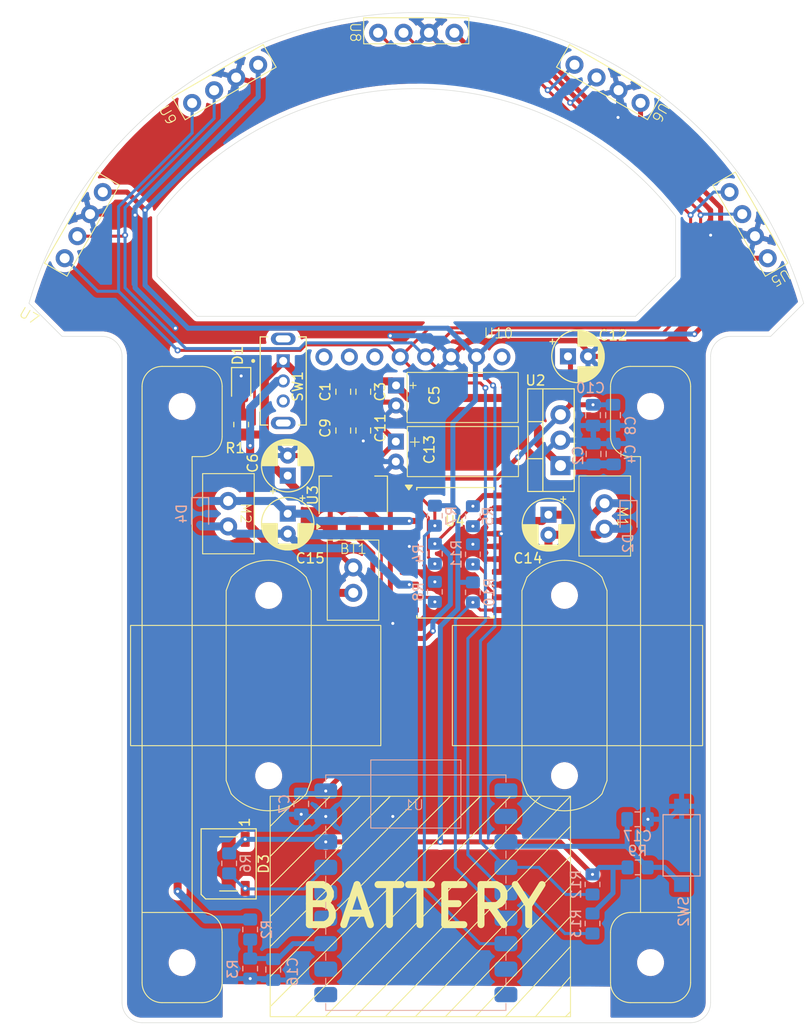
<source format=kicad_pcb>
(kicad_pcb (version 20240108) (generator "pcbnew") (generator_version "8.0")
  (layers (0 "F.Cu" signal) (31 "B.Cu" signal) (34 "B.Paste" user) (35 "F.Paste" user) (36 "B.SilkS" user "B.Silkscreen") (37 "F.SilkS" user "F.Silkscreen") (38 "B.Mask" user) (39 "F.Mask" user) (44 "Edge.Cuts" user))
  (net 0 "")
  (net 1 "GND")
  (net 2 "/VBAT")
  (net 3 "/5V")
  (net 4 "/6V")
  (net 5 "/BUTTON")
  (net 6 "Net-(D2-K)")
  (net 7 "Net-(D2-A)")
  (net 8 "/RGB")
  (net 9 "/3V3")
  (net 11 "Net-(D4-K)")
  (net 12 "Net-(D4-A)")
  (net 13 "Net-(D1-A)")
  (net 14 "/BAT_ADC")
  (net 15 "Net-(U4-IN1)")
  (net 16 "Net-(U4-IN4)")
  (net 17 "/PWM_A")
  (net 18 "Net-(U4-IN2)")
  (net 19 "/PWM_B")
  (net 20 "/SCL")
  (net 21 "/SDA")
  (net 22 "Net-(BT1-+)")
  (net 24 "Net-(U4-IN3)")
  (footprint "MountingHole:MountingHole_2.2mm_M2" (layer "F.Cu") (at 169 134.1)
    (property "Reference" "H6" (hide yes))
    (property "Value" "M2")
  )
  (footprint "Capacitor_SMD:C_0805_2012Metric_Pad1.18x1.45mm_HandSolder" (layer "F.Cu") (at 140.3 77.125 -90)
    (property "Reference" "C3")
    (property "Value" "100nF")
  )
  (footprint "Capacitor_THT:CP_Radial_D5.0mm_P2.00mm" (layer "F.Cu") (at 143.55 82.1 -90)
    (property "Reference" "C13")
    (property "Value" "470nF" (hide yes))
  )
  (footprint "Capacitor_SMD:C_0805_2012Metric_Pad1.18x1.45mm_HandSolder" (layer "F.Cu") (at 138.299997 77.125 -90)
    (property "Reference" "C1")
    (property "Value" "100uF")
  )
  (footprint "Capacitor_SMD:C_0805_2012Metric_Pad1.18x1.45mm_HandSolder" (layer "F.Cu") (at 138.3 81 -90)
    (property "Reference" "C9")
    (property "Value" "0.1uF")
  )
  (footprint "XH_2p54:2P_male" (layer "F.Cu") (at 164.4 89.529999 -90)
    (property "Reference" "M1")
    (property "Value" "GA12_N20")
  )
  (footprint "GY87:GY87" (layer "F.Cu") (at 154.15 73.65 -90)
    (property "Reference" "U10")
    (property "Value" "~" (hide yes))
  )
  (footprint "MountingHole:MountingHole_2.2mm_M2" (layer "F.Cu") (at 130.85 115.45)
    (property "Reference" "H2" (hide yes))
    (property "Value" "M2")
  )
  (footprint "SW_SS12D07VG4:SW_SS12D07VG4" (layer "F.Cu") (at 132.3 76.050001 -90)
    (property "Reference" "SW1")
    (property "Value" "SW_DPDT_x2" (hide yes))
  )
  (footprint "MountingHole:MountingHole_2.2mm_M2" (layer "F.Cu") (at 122.2 78.6)
    (property "Reference" "H3" (hide yes))
    (property "Value" "M2")
  )
  (footprint "Package_TO_SOT_THT:TO-220-3_Vertical" (layer "F.Cu") (at 160 84.5 90)
    (property "Reference" "U2")
    (property "Value" "L7806")
  )
  (footprint "Package_SO:SOP-20_7.5x12.8mm_P1.27mm" (layer "F.Cu") (at 149.5 93.2)
    (property "Reference" "U4")
    (property "Value" "~")
  )
  (footprint "MountingHole:MountingHole_2.2mm_M2" (layer "F.Cu") (at 122.2 134.1)
    (property "Reference" "H5" (hide yes))
    (property "Value" "M2")
  )
  (footprint "MountingHole:MountingHole_2.2mm_M2" (layer "F.Cu") (at 130.85 97.45)
    (property "Reference" "H1" (hide yes))
    (property "Value" "M2")
  )
  (footprint "Capacitor_THT:CP_Radial_D5.0mm_P2.00mm" (layer "F.Cu") (at 160.75 73.6)
    (property "Reference" "C12")
    (property "Value" "470nF")
  )
  (footprint "Capacitor_THT:CP_Radial_D5.0mm_P2.00mm" (layer "F.Cu") (at 132.75 89.294888 -90)
    (property "Reference" "C15")
    (property "Value" "0.1uF")
  )
  (footprint "VL53L0X:VL53L0X_vertical" (layer "F.Cu") (at 168 48.3 -120)
    (property "Reference" "U6")
    (property "Value" "~")
  )
  (footprint "Capacitor_THT:CP_Radial_D5.0mm_P2.00mm" (layer "F.Cu") (at 143.575 76.5 -90)
    (property "Reference" "C5")
    (property "Value" "10uF")
  )
  (footprint "LED_SMD:LED_0805_2012Metric_Pad1.15x1.40mm_HandSolder" (layer "F.Cu") (at 128.1 76.575001 -90)
    (property "Reference" "D1")
    (property "Value" "LED")
  )
  (footprint "Capacitor_SMD:C_0805_2012Metric_Pad1.18x1.45mm_HandSolder" (layer "F.Cu") (at 140.3 81 -90)
    (property "Reference" "C11")
    (property "Value" "10uF")
  )
  (footprint "XH_2p54:2P_male" (layer "F.Cu") (at 139.3 95.929999 90)
    (property "Reference" "BT1")
    (property "Value" "Lipo 2S")
  )
  (footprint "VL53L0X:VL53L0X_vertical" (layer "F.Cu") (at 114.278205 57.200444 -30)
    (property "Reference" "U7")
    (property "Value" "~")
  )
  (footprint "VL53L0X:VL53L0X_vertical" (layer "F.Cu") (at 129.799557 44.5 -60)
    (property "Reference" "U9")
    (property "Value" "~")
  )
  (footprint "MountingHole:MountingHole_2.2mm_M2" (layer "F.Cu") (at 160.4 97.45)
    (property "Reference" "H7" (hide yes))
    (property "Value" "M2")
  )
  (footprint "Package_TO_SOT_SMD:SOT-223-3_TabPin2" (layer "F.Cu") (at 139.3 87.449999 90)
    (property "Reference" "U3")
    (property "Value" "AMS1117-5.0")
  )
  (footprint "MountingHole:MountingHole_2.2mm_M2" (layer "F.Cu") (at 160.4 115.45)
    (property "Reference" "H8" (hide yes))
    (property "Value" "M2")
  )
  (footprint "VL53L0X:VL53L0X_vertical" (layer "F.Cu") (at 180.7 63.8 -150)
    (property "Reference" "U5")
    (property "Value" "~")
  )
  (footprint "Capacitor_THT:CP_Radial_D5.0mm_P2.00mm" (layer "F.Cu") (at 132.75 85.500001 90)
    (property "Reference" "C6")
    (property "Value" "10uF")
  )
  (footprint "LED_SMD:LED_WS2812B_PLCC4_5.0x5.0mm_P3.2mm" (layer "F.Cu") (at 126.85 124.25 -90)
    (property "Reference" "D3")
    (property "Value" "WS2812B")
  )
  (footprint "XH_2p54:2P_male" (layer "F.Cu") (at 126.8 89.3 -90)
    (property "Reference" "M2")
    (property "Value" "GA12_N20")
  )
  (footprint "Resistor_SMD:R_0805_2012Metric_Pad1.20x1.40mm_HandSolder" (layer "F.Cu") (at 128.1 80.4 90)
    (property "Reference" "R1")
    (property "Value" "R")
  )
  (footprint "MountingHole:MountingHole_2.2mm_M2" (layer "F.Cu") (at 169 78.6)
    (property "Reference" "H4" (hide yes))
    (property "Value" "M2")
  )
  (footprint "Capacitor_THT:CP_Radial_D5.0mm_P2.00mm" (layer "F.Cu") (at 158.8 89.399999 -90)
    (property "Reference" "C14")
    (property "Value" "0.1uF")
  )
  (footprint "VL53L0X:VL53L0X_vertical" (layer "F.Cu") (at 149.4 41.3 -90)
    (property "Reference" "U8")
    (property "Value" "~")
  )
  (footprint "Resistor_SMD:R_0805_2012Metric_Pad1.20x1.40mm_HandSolder" (layer "B.Cu") (at 163.2 130.2 -90)
    (property "Reference" "R13")
    (property "Value" "10K")
  )
  (footprint "Resistor_SMD:R_0805_2012Metric_Pad1.20x1.40mm_HandSolder" (layer "B.Cu") (at 126.9 124.2 90)
    (property "Reference" "R6")
    (property "Value" "10K")
  )
  (footprint "Resistor_SMD:R_0805_2012Metric_Pad1.20x1.40mm_HandSolder" (layer "B.Cu") (at 163.2 126.3 -90)
    (property "Reference" "R12")
    (property "Value" "10K")
  )
  (footprint "Resistor_SMD:R_0805_2012Metric_Pad1.20x1.40mm_HandSolder" (layer "B.Cu") (at 151.25 93.35 -90)
    (property "Reference" "R11")
    (property "Value" "10K")
  )
  (footprint "Capacitor_SMD:C_0805_2012Metric_Pad1.18x1.45mm_HandSolder" (layer "B.Cu") (at 134.1 118.2625 -90)
    (property "Reference" "C7")
    (property "Value" "10uF")
  )
  (footprint "Capacitor_SMD:C_0805_2012Metric_Pad1.18x1.45mm_HandSolder" (layer "B.Cu") (at 131.3 134.8 -90)
    (property "Reference" "C16")
    (property "Value" "10uF")
  )
  (footprint "Resistor_SMD:R_0805_2012Metric_Pad1.20x1.40mm_HandSolder" (layer "B.Cu") (at 129 134.7 90)
    (property "Reference" "R3")
    (property "Value" "6K2")
  )
  (footprint "Resistor_SMD:R_0805_2012Metric_Pad1.20x1.40mm_HandSolder" (layer "B.Cu") (at 147.45 89.5 90)
    (property "Reference" "R7")
    (property "Value" "10K")
  )
  (footprint "Resistor_SMD:R_0805_2012Metric_Pad1.20x1.40mm_HandSolder" (layer "B.Cu") (at 129 130.8 90)
    (property "Reference" "R2")
    (property "Value" "10K")
  )
  (footprint "Resistor_SMD:R_0805_2012Metric_Pad1.20x1.40mm_HandSolder" (layer "B.Cu") (at 151.25 97.15 90)
    (property "Reference" "R10")
    (property "Value" "10K")
  )
  (footprint "Diode_SMD:D_SOD-323F" (layer "B.Cu") (at 166.8 89.599999 -90)
    (property "Reference" "D2")
    (property "Value" "1N5819")
  )
  (footprint "Diode_SMD:D_SOD-323F" (layer "B.Cu") (at 124 89.300001 -90)
    (property "Reference" "D4")
    (property "Value" "1N5819")
  )
  (footprint "Capacitor_SMD:C_0805_2012Metric_Pad1.18x1.45mm_HandSolder" (layer "B.Cu") (at 163.249997 79.4625 -90)
    (property "Reference" "C10")
    (property "Value" "10uF")
  )
  (footprint "Resistor_SMD:R_0805_2012Metric_Pad1.20x1.40mm_HandSolder" (layer "B.Cu") (at 147.45 97.1 -90)
    (property "Reference" "R8")
    (property "Value" "10K")
  )
  (footprint "Resistor_SMD:R_0805_2012Metric_Pad1.20x1.40mm_HandSolder" (layer "B.Cu") (at 151.25 89.55 -90)
    (property "Reference" "R5")
    (property "Value" "10K")
  )
  (footprint "ESP32_modules:esp32s3_super_mini" (layer "B.Cu") (at 154.55 115.375 180)
    (property "Reference" "U1")
    (property "Value" "~")
  )
  (footprint "Capacitor_SMD:C_0805_2012Metric_Pad1.18x1.45mm_HandSolder" (layer "B.Cu") (at 165.25 79.4625 -90)
    (property "Reference" "C8")
    (property "Value" "0.1uF")
  )
  (footprint "Capacitor_SMD:C_0805_2012Metric_Pad1.18x1.45mm_HandSolder" (layer "B.Cu") (at 167.7 119.8)
    (property "Reference" "C17")
    (property "Value" "10uF")
  )
  (footprint "Resistor_SMD:R_0805_2012Metric_Pad1.20x1.40mm_HandSolder" (layer "B.Cu") (at 147.45 93.3 -90)
    (property "Reference" "R4")
    (property "Value" "10K")
  )
  (footprint "Capacitor_SMD:C_0805_2012Metric_Pad1.18x1.45mm_HandSolder" (layer "B.Cu") (at 165.3 83.3375 90)
    (property "Reference" "C4")
    (property "Value" "100nF")
  )
  (footprint "Capacitor_SMD:C_0805_2012Metric_Pad1.18x1.45mm_HandSolder" (layer "B.Cu") (at 163.3 83.3375 90)
    (property "Reference" "C2")
    (property "Value" "100uF")
  )
  (footprint "Button_Switch_SMD:SW_SPST_CK_RS282G05A3" (layer "B.Cu") (at 172.1 122.400001 90)
    (property "Reference" "SW2")
    (property "Value" "SW_Push")
  )
  (footprint "Resistor_SMD:R_0805_2012Metric_Pad1.20x1.40mm_HandSolder" (layer "B.Cu") (at 167.7 124.6 180)
    (property "Reference" "R9")
    (property "Value" "10K")
  )
  (gr_arc (start 127.099371 95.643524) (mid 128.792378 94.393007) (end 130.85 93.95) (stroke (width 0.1)) (layer "F.SilkS"))
  (gr_line (start 157.5 139.5) (end 161 135.5) (stroke (width 0.1)) (layer "F.SilkS"))
  (gr_arc (start 165 131.1) (mid 165.585786 129.685786) (end 167 129.1) (stroke (width 0.1)) (layer "F.SilkS"))
  (gr_line (start 164.65 96.97) (end 164.65 115.934) (stroke (width 0.1)) (layer "F.SilkS"))
  (gr_line (start 123.2 129.1) (end 118.2 129.1) (stroke (width 0.1)) (layer "F.SilkS"))
  (gr_line (start 134 117.5) (end 131 120.5) (stroke (width 0.1)) (layer "F.SilkS"))
  (gr_line (start 134.600629 95.643524) (end 135.1 96.966) (stroke (width 0.1)) (layer "F.SilkS"))
  (gr_line (start 140 117.5) (end 131 126.5) (stroke (width 0.1)) (layer "F.SilkS"))
  (gr_line (start 126.2 136.1) (end 126.2 131.1) (stroke (width 0.1)) (layer "F.SilkS"))
  (gr_line (start 127.099371 117.252476) (end 126.6 115.93) (stroke (width 0.1)) (layer "F.SilkS"))
  (gr_line (start 131 135.5) (end 149 117.5) (stroke (width 0.1)) (layer "F.SilkS"))
  (gr_line (start 131 129.5) (end 143 117.5) (stroke (width 0.1)) (layer "F.SilkS"))
  (gr_arc (start 171 74.6) (mid 172.414214 75.185786) (end 173 76.6) (stroke (width 0.1)) (layer "F.SilkS"))
  (gr_line (start 173 76.6) (end 173 136.1) (stroke (width 0.1)) (layer "F.SilkS"))
  (gr_line (start 165 136.1) (end 165 131.1) (stroke (width 0.1)) (layer "F.SilkS"))
  (gr_line (start 126.2 76.6) (end 126.2 81.6) (stroke (width 0.1)) (layer "F.SilkS"))
  (gr_arc (start 160.4 93.954) (mid 162.457622 94.397006) (end 164.150629 95.647524) (stroke (width 0.1)) (layer "F.SilkS"))
  (gr_arc (start 120.2 138.1) (mid 118.785786 137.514214) (end 118.2 136.1) (stroke (width 0.1)) (layer "F.SilkS"))
  (gr_line (start 120.2 138.1) (end 124.2 138.1) (stroke (width 0.1)) (layer "F.SilkS"))
  (gr_arc (start 124.2 129.1) (mid 125.614213 129.685787) (end 126.2 131.1) (stroke (width 0.1)) (layer "F.SilkS"))
  (gr_line (start 142.5 139.5) (end 161 120.5) (stroke (width 0.1)) (layer "F.SilkS"))
  (gr_arc (start 156.649371 95.647524) (mid 158.342378 94.397007) (end 160.4 93.954) (stroke (width 0.1)) (layer "F.SilkS"))
  (gr_line (start 124.2 83.6) (end 123.2 83.6) (stroke (width 0.1)) (layer "F.SilkS"))
  (gr_line (start 164.150629 95.647524) (end 164.65 96.97) (stroke (width 0.1)) (layer "F.SilkS"))
  (gr_line (start 145.5 139.5) (end 161 123.5) (stroke (width 0.1)) (layer "F.SilkS"))
  (gr_line (start 168 83.6) (end 168 129.1) (stroke (width 0.1)) (layer "F.SilkS"))
  (gr_arc (start 130.85 118.946) (mid 128.792377 118.502994) (end 127.099371 117.252476) (stroke (width 0.1)) (layer "F.SilkS"))
  (gr_line (start 134.600629 117.252476) (end 135.1 115.93) (stroke (width 0.1)) (layer "F.SilkS"))
  (gr_arc (start 160.4 118.95) (mid 158.342377 118.506994) (end 156.649371 117.256476) (stroke (width 0.1)) (layer "F.SilkS"))
  (gr_line (start 164.150629 117.256476) (end 164.65 115.934) (stroke (width 0.1)) (layer "F.SilkS"))
  (gr_arc (start 164.150629 117.256476) (mid 162.457622 118.506993) (end 160.4 118.95) (stroke (width 0.1)) (layer "F.SilkS"))
  (gr_line (start 135.1 115.93) (end 135.1 96.966) (stroke (width 0.1)) (layer "F.SilkS"))
  (gr_arc (start 134.600629 117.252476) (mid 132.907622 118.502993) (end 130.85 118.946) (stroke (width 0.1)) (layer "F.SilkS"))
  (gr_line (start 152 117.5) (end 150 119.5) (stroke (width 0.1)) (layer "F.SilkS"))
  (gr_line (start 131 132.5) (end 146 117.5) (stroke (width 0.1)) (layer "F.SilkS"))
  (gr_line (start 131 138.5) (end 152 117.5) (stroke (width 0.1)) (layer "F.SilkS"))
  (gr_line (start 155 117.5) (end 133.5 139.5) (stroke (width 0.1)) (layer "F.SilkS"))
  (gr_line (start 139.5 139.5) (end 161 117.5) (stroke (width 0.1)) (layer "F.SilkS"))
  (gr_line (start 167 83.6) (end 168 83.6) (stroke (width 0.1)) (layer "F.SilkS"))
  (gr_line (start 161 132.5) (end 154.5 139.5) (stroke (width 0.1)) (layer "F.SilkS"))
  (gr_line (start 118.2 76.6) (end 118.2 136.1) (stroke (width 0.1)) (layer "F.SilkS"))
  (gr_line (start 156.649371 95.647524) (end 156.15 96.97) (stroke (width 0.1)) (layer "F.SilkS"))
  (gr_line (start 171 138.1) (end 167 138.1) (stroke (width 0.1)) (layer "F.SilkS"))
  (gr_line (start 160.5 139.5) (end 161 139) (stroke (width 0.1)) (layer "F.SilkS"))
  (gr_line (start 126.6 96.966) (end 126.6 115.93) (stroke (width 0.1)) (layer "F.SilkS"))
  (gr_arc (start 167 138.1) (mid 165.585785 137.514214) (end 165 136.1) (stroke (width 0.1)) (layer "F.SilkS"))
  (gr_line (start 168 129.1) (end 173 129.1) (stroke (width 0.1)) (layer "F.SilkS"))
  (gr_line (start 136.5 139.5) (end 158 117.5) (stroke (width 0.1)) (layer "F.SilkS"))
  (gr_arc (start 124.2 74.6) (mid 125.614214 75.185786) (end 126.2 76.6) (stroke (width 0.1)) (layer "F.SilkS"))
  (gr_rect (start 131 117.5) (end 161 139.5) (stroke (width 0.1)) (fill none) (layer "F.SilkS"))
  (gr_arc (start 118.2 76.6) (mid 118.785786 75.185786) (end 120.2 74.6) (stroke (width 0.1)) (layer "F.SilkS"))
  (gr_line (start 151.5 139.5) (end 161 129.5) (stroke (width 0.1)) (layer "F.SilkS"))
  (gr_line (start 131 123.5) (end 137 117.5) (stroke (width 0.1)) (layer "F.SilkS"))
  (gr_arc (start 126.2 136.1) (mid 125.614214 137.514214) (end 124.2 138.1) (stroke (width 0.1)) (layer "F.SilkS"))
  (gr_line (start 127.099371 95.643524) (end 126.6 96.966) (stroke (width 0.1)) (layer "F.SilkS"))
  (gr_arc (start 167 83.6) (mid 165.585786 83.014214) (end 165 81.6) (stroke (width 0.1)) (layer "F.SilkS"))
  (gr_line (start 120.2 74.6) (end 124.2 74.6) (stroke (width 0.1)) (layer "F.SilkS"))
  (gr_line (start 156.15 96.97) (end 156.15 115.934) (stroke (width 0.1)) (layer "F.SilkS"))
  (gr_line (start 171 74.6) (end 167 74.6) (stroke (width 0.1)) (layer "F.SilkS"))
  (gr_rect (start 117.05 100.45) (end 142.05 112.45) (stroke (width 0.1)) (fill none) (layer "F.SilkS"))
  (gr_line (start 123.2 83.6) (end 123.2 129.1) (stroke (width 0.1)) (layer "F.SilkS"))
  (gr_arc (start 173 136.1) (mid 172.414214 137.514214) (end 171 138.1) (stroke (width 0.1)) (layer "F.SilkS"))
  (gr_line (start 167 129.1) (end 168 129.1) (stroke (width 0.1)) (layer "F.SilkS"))
  (gr_line (start 161 126.5) (end 148.5 139.5) (stroke (width 0.1)) (layer "F.SilkS"))
  (gr_line (start 156.649371 117.256476) (end 156.15 115.934) (stroke (width 0.1)) (layer "F.SilkS"))
  (gr_line (start 124.2 129.1) (end 123.2 129.1) (stroke (width 0.1)) (layer "F.SilkS"))
  (gr_arc (start 130.85 93.95) (mid 132.907622 94.393006) (end 134.600629 95.643524) (stroke (width 0.1)) (layer "F.SilkS"))
  (gr_rect (start 149.2 100.45) (end 174.2 112.45) (stroke (width 0.1)) (fill none) (layer "F.SilkS"))
  (gr_line (start 143 117.5) (end 141.5 119) (stroke (width 0.1)) (layer "F.SilkS"))
  (gr_arc (start 165 76.6) (mid 165.585786 75.185786) (end 167 74.6) (stroke (width 0.1)) (layer "F.SilkS"))
  (gr_arc (start 126.2 81.6) (mid 125.614214 83.014214) (end 124.2 83.6) (stroke (width 0.1)) (layer "F.SilkS"))
  (gr_line (start 165 76.6) (end 165 81.6) (stroke (width 0.1)) (layer "F.SilkS"))
  (gr_line (start 177 71.6) (end 181 71.6) (stroke (width 0.05)) (layer "Edge.Cuts"))
  (gr_line (start 167.5 69.6) (end 123.7 69.6) (stroke (width 0.05)) (layer "Edge.Cuts"))
  (gr_arc (start 106.900001 68.3) (mid 145.6 39.283999) (end 184.299999 68.3) (stroke (width 0.05)) (layer "Edge.Cuts"))
  (gr_arc (start 175 138.1) (mid 174.414214 139.514214) (end 173 140.1) (stroke (width 0.05)) (layer "Edge.Cuts"))
  (gr_arc (start 118.2 140.1) (mid 116.785786 139.514214) (end 116.2 138.1) (stroke (width 0.05)) (layer "Edge.Cuts"))
  (gr_line (start 119.7 59.6) (end 119.7 65.6) (stroke (width 0.05)) (layer "Edge.Cuts"))
  (gr_arc (start 119.7 59.6) (mid 145.6 46.876767) (end 171.5 59.6) (stroke (width 0.05)) (layer "Edge.Cuts"))
  (gr_line (start 171.5 65.6) (end 167.5 69.6) (stroke (width 0.05)) (layer "Edge.Cuts"))
  (gr_line (start 110.2 71.6) (end 114.2 71.6) (stroke (width 0.05)) (layer "Edge.Cuts"))
  (gr_arc (start 175 73.6) (mid 175.585786 72.185786) (end 177 71.6) (stroke (width 0.05)) (layer "Edge.Cuts"))
  (gr_line (start 118.2 140.1) (end 173 140.1) (stroke (width 0.05)) (layer "Edge.Cuts"))
  (gr_line (start 110.2 71.6) (end 106.9 68.3) (stroke (width 0.05)) (layer "Edge.Cuts"))
  (gr_line (start 171.5 59.6) (end 171.5 65.6) (stroke (width 0.05)) (layer "Edge.Cuts"))
  (gr_line (start 116.2 138.1) (end 116.2 73.6) (stroke (width 0.05)) (layer "Edge.Cuts"))
  (gr_line (start 119.7 65.6) (end 123.7 69.6) (stroke (width 0.05)) (layer "Edge.Cuts"))
  (gr_arc (start 114.2 71.6) (mid 115.614214 72.185786) (end 116.2 73.6) (stroke (width 0.05)) (layer "Edge.Cuts"))
  (gr_line (start 181 71.6) (end 184.3 68.3) (stroke (width 0.05)) (layer "Edge.Cuts"))
  (gr_line (start 175 138.1) (end 175 73.6) (stroke (width 0.05)) (layer "Edge.Cuts"))
  (gr_text "BATTERY" (at 146.25 128.5 0) (layer "F.SilkS") (effects (font (size 4 4) (thickness 0.7) (bold yes))))
  (segment (start 138.3 82.0375) (end 140.3 82.0375) (width 0.5) (layer "F.Cu") (net 1))
  (segment (start 149.070001 73.65) (end 150.720001 72) (width 0.5) (layer "F.Cu") (net 1))
  (segment (start 162.75 73.6) (end 169.4 73.6) (width 0.5) (layer "F.Cu") (net 1))
  (segment (start 134.25 83.5) (end 132.75 83.5) (width 0.5) (layer "F.Cu") (net 1))
  (segment (start 146.85 96.1) (end 147.45 96.1) (width 0.5) (layer "F.Cu") (net 1))
  (segment (start 157.75 44) (end 149.5 44) (width 0.5) (layer "F.Cu") (net 1))
  (segment (start 137 92.359998) (end 139.3 94.659998) (width 0.5) (layer "F.Cu") (net 1))
  (segment (start 154.1 95.105) (end 154.1 93.835) (width 0.5) (layer "F.Cu") (net 1))
  (segment (start 146.86 41.36) (end 146.86 41.3) (width 0.5) (layer "F.Cu") (net 1))
  (segment (start 144.9 95.105) (end 144.9 93.835) (width 0.5) (layer "F.Cu") (net 1))
  (segment (start 154.1 92.565) (end 151.465 92.565) (width 0.5) (layer "F.Cu") (net 1))
  (segment (start 144.9 93.835) (end 144.9 92.565) (width 0.5) (layer "F.Cu") (net 1))
  (segment (start 143 71.535002) (end 142.25 70.785002) (width 0.5) (layer "F.Cu") (net 1))
  (segment (start 140.3 78.1625) (end 143.237499 78.1625) (width 0.5) (layer "F.Cu") (net 1))
  (segment (start 147.45 96.1) (end 148.2 96.85) (width 0.5) (layer "F.Cu") (net 1))
  (segment (start 162.75 73.1) (end 162.75 73.6) (width 0.5) (layer "F.Cu") (net 1))
  (segment (start 137.2875 82.0375) (end 136.5 81.25) (width 0.5) (layer "F.Cu") (net 1))
  (segment (start 168.4525 119.515) (end 143.25 119.515) (width 0.5) (layer "F.Cu") (net 1))
  (segment (start 136.5 81.25) (end 136.5 79.25) (width 0.5) (layer "F.Cu") (net 1))
  (segment (start 113.008205 59.400149) (end 117.400149 59.400149) (width 0.5) (layer "F.Cu") (net 1))
  (segment (start 143.237499 78.1625) (end 143.575 78.500001) (width 0.5) (layer "F.Cu") (net 1))
  (segment (start 148.2 98.55) (end 146.5 100.25) (width 0.5) (layer "F.Cu") (net 1))
  (segment (start 138.299997 78.1625) (end 140.3 78.1625) (width 0.5) (layer "F.Cu") (net 1))
  (segment (start 117.400149 59.400149) (end 117.5 59.5) (width 0.5) (layer "F.Cu") (net 1))
  (segment (start 165.75 49.75) (end 163.5 49.75) (width 0.5) (layer "F.Cu") (net 1))
  (segment (start 125.2 131.9) (end 129 135.7) (width 0.5) (layer "F.Cu") (net 1))
  (segment (start 147.5 96.1) (end 151.25 92.35) (width 0.5) (layer "F.Cu") (net 1))
  (segment (start 146.5 100.25) (end 143.25 100.25) (width 0.5) (layer "F.Cu") (net 1))
  (segment (start 154.1 92.565) (end 154.1 91.295) (width 0.5) (layer "F.Cu") (net 1))
  (segment (start 144.9 92.565) (end 144.9 91.295) (width 0.5) (layer "F.Cu") (net 1))
  (segment (start 136.5 81.25) (end 134.25 83.5) (width 0.5) (layer "F.Cu") (net 1))
  (segment (start 125.2 126.7) (end 126.7 126.7) (width 0.5) (layer "F.Cu") (net 1))
  (segment (start 161.65 72) (end 162.75 73.1) (width 0.5) (layer "F.Cu") (net 1))
  (segment (start 125.2 126.7) (end 125.2 131.9) (width 0.5) (layer "F.Cu") (net 1))
  (segment (start 148.2 96.85) (end 148.2 98.55) (width 0.5) (layer "F.Cu") (net 1))
  (segment (start 169.4 73.6) (end 175 68) (width 0.5) (layer "F.Cu") (net 1))
  (segment (start 137.5875 78.1625) (end 138.299997 78.1625) (width 0.5) (layer "F.Cu") (net 1))
  (segment (start 148.85 73.65) (end 149.070001 73.65) (width 0.5) (layer "F.Cu") (net 1))
  (segment (start 145.855 95.105) (end 146.85 96.1) (width 0.5) (layer "F.Cu") (net 1))
  (segment (start 138.3 82.0375) (end 137.2875 82.0375) (width 0.5) (layer "F.Cu") (net 1))
  (segment (start 154.1 95.105) (end 154.1 92.565) (width 0.5) (layer "F.Cu") (net 1))
  (segment (start 168.7375 119.8) (end 168.4525 119.515) (width 0.5) (layer "F.Cu") (net 1))
  (segment (start 175 61.5) (end 175 59) (width 0.5) (layer "F.Cu") (net 1))
  (segment (start 136.5 79.25) (end 137.5875 78.1625) (width 0.5) (layer "F.Cu") (net 1))
  (segment (start 163.5 49.75) (end 157.75 44) (width 0.5) (layer "F.Cu") (net 1))
  (segment (start 143.25 119.515) (end 136.55 119.515) (width 0.5) (layer "F.Cu") (net 1))
  (segment (start 137 90.599999) (end 137 92.359998) (width 0.5) (layer "F.Cu") (net 1))
  (segment (start 149.5 44) (end 146.86 41.36) (width 0.5) (layer "F.Cu") (net 1))
  (segment (start 175 59) (end 165.75 49.75) (width 0.5) (layer "F.Cu") (net 1))
  (segment (start 151.465 92.565) (end 151.25 92.35) (width 0.5) (layer "F.Cu") (net 1))
  (segment (start 144.9 95.105) (end 145.855 95.105) (width 0.5) (layer "F.Cu") (net 1))
  (segment (start 175 68) (end 175 61.5) (width 0.5) (layer "F.Cu") (net 1))
  (segment (start 142.25 70.785002) (end 121.535002 70.785002) (width 0.5) (layer "F.Cu") (net 1))
  (segment (start 126.7 126.7) (end 134.1 119.3) (width 0.5) (layer "F.Cu") (net 1))
  (segment (start 150.720001 72) (end 161.65 72) (width 0.5) (layer "F.Cu") (net 1))
  (via (at 143.25 119.515) (size 0.6) (drill 0.3) (layers "F.Cu" "B.Cu") (net 1))
  (via (at 144.9 92.565) (size 0.6) (drill 0.3) (layers "F.Cu" "B.Cu") (net 1))
  (via (at 134.1 119.3) (size 0.6) (drill 0.3) (layers "F.Cu" "B.Cu") (net 1))
  (via (at 147.45 96.1) (size 0.6) (drill 0.3) (layers "F.Cu" "B.Cu") (net 1))
  (via (at 129 135.7) (size 0.6) (drill 0.3) (layers "F.Cu" "B.Cu") (net 1))
  (via (at 168.7375 119.8) (size 0.6) (drill 0.3) (layers "F.Cu" "B.Cu") (net 1))
  (via (at 165.75 49.75) (size 0.6) (drill 0.3) (layers "F.Cu" "B.Cu") (net 1))
  (via (at 143.25 100.25) (size 0.6) (drill 0.3) (layers "F.Cu" "B.Cu") (net 1))
  (via (at 128.1 75.550002) (size 0.6) (drill 0.3) (layers "F.Cu" "B.Cu") (net 1))
  (via (at 140.3 82.0375) (size 0.6) (drill 0.3) (layers "F.Cu" "B.Cu") (net 1))
  (via (at 151.25 92.35) (size 0.6) (drill 0.3) (layers "F.Cu" "B.Cu") (net 1))
  (via (at 143 71.535002) (size 0.6) (drill 0.3) (layers "F.Cu" "B.Cu") (net 1))
  (via (at 121.535002 70.785002) (size 0.6) (drill 0.3) (layers "F.Cu" "B.Cu") (net 1))
  (via (at 175 61.5) (size 0.6) (drill 0.3) (layers "F.Cu" "B.Cu") (net 1))
  (via (at 117.5 59.5) (size 0.6) (drill 0.3) (layers "F.Cu" "B.Cu") (net 1))
  (via (at 136.55 119.515) (size 0.6) (drill 0.3) (layers "F.Cu" "B.Cu") (net 1))
  (via (at 154.1 91.295) (size 0.6) (drill 0.3) (layers "F.Cu" "B.Cu") (net 1))
  (segment (start 136.5175 119.4825) (end 136.55 119.515) (width 0.5) (layer "B.Cu") (net 1))
  (segment (start 163.3 80.550003) (end 163.249997 80.5) (width 0.5) (layer "B.Cu") (net 1))
  (segment (start 147.45 96.1) (end 147.5 96.1) (width 0.5) (layer "B.Cu") (net 1))
  (segment (start 155.205 91.295) (end 156.75 89.75) (width 0.5) (layer "B.Cu") (net 1))
  (segment (start 159.6875 81.96) (end 160 81.96) (width 0.5) (layer "B.Cu") (net 1))
  (segment (start 141.25 96.609998) (end 139.3 94.659998) (width 0.5) (layer "B.Cu") (net 1))
  (segment (start 165.800295 47.03) (end 165.800295 49.699705) (width 0.5) (layer "B.Cu") (net 1))
  (segment (start 163.3 82.3) (end 163.3 80.550003) (width 0.5) (layer "B.Cu") (net 1))
  (segment (start 141.25 98.75) (end 141.25 96.609998) (width 0.5) (layer "B.Cu") (net 1))
  (segment (start 145.75 86.300001) (end 145.75 91.715) (width 0.5) (layer "B.Cu") (net 1))
  (segment (start 142.75 100.25) (end 141.25 98.75) (width 0.5) (layer "B.Cu") (net 1))
  (segment (start 128.1 75.550002) (end 126.25 77.400002) (width 0.5) (layer "B.Cu") (net 1))
  (segment (start 149.070001 73.65) (end 146.955003 71.535002) (width 0.5) (layer "B.Cu") (net 1))
  (segment (start 162.75 74.73137) (end 161.75 75.73137) (width 0.5) (layer "B.Cu") (net 1))
  (segment (start 131.1625 135.7) (end 131.3 135.8375) (width 0.5) (layer "B.Cu") (net 1))
  (segment (start 142.362501 84.100001) (end 140.3 82.0375) (width 0.5) (layer "B.Cu") (net 1))
  (segment (start 162.96 81.96) (end 163.3 82.3) (width 0.5) (layer "B.Cu") (net 1))
  (segment (start 146.955003 71.535002) (end 143 71.535002) (width 0.5) (layer "B.Cu") (net 1))
  (segment (start 165.800295 49.699705) (end 165.75 49.75) (width 0.3) (layer "B.Cu") (net 1))
  (segment (start 143.55 84.100001) (end 142.362501 84.100001) (width 0.5) (layer "B.Cu") (net 1))
  (segment (start 168.7375 119.8) (end 170.800002 119.8) (width 0.5) (layer "B.Cu") (net 1))
  (segment (start 134.315 119.515) (end 134.1 119.3) (width 0.5) (layer "B.Cu") (net 1))
  (segment (start 143.55 84.100001) (end 145.75 86.300001) (width 0.5) (layer "B.Cu") (net 1))
  (segment (start 162.75 73.6) (end 162.75 74.73137) (width 0.5) (layer "B.Cu") (net 1))
  (segment (start 163.249997 80.5) (end 165.25 80.5) (width 0.5) (layer "B.Cu") (net 1))
  (segment (start 127.599852 48.650148) (end 127.599852 45.77) (width 0.5) (layer "B.Cu") (net 1))
  (segment (start 179.43 61.600295) (end 175.100295 61.600295) (width 0.5) (layer "B.Cu") (net 1))
  (segment (start 163.3 82.3) (end 165.3 82.3) (width 0.5) (layer "B.Cu") (net 1))
  (segment (start 156.75 84.8975) (end 159.6875 81.96) (width 0.5) (layer "B.Cu") (net 1))
  (segment (start 129 135.7) (end 131.1625 135.7) (width 0.5) (layer "B.Cu") (net 1))
  (segment (start 117.5 59.5) (end 117.5 58.75) (width 0.5) (layer "B.Cu") (net 1))
  (segment (start 126.25 77.400002) (end 126.25 81.75) (width 0.5) (layer "B.Cu") (net 1))
  (segment (start 117.5 58.75) (end 127.599852 48.650148) (width 0.5) (layer "B.Cu") (net 1))
  (segment (start 160 81.96) (end 161.75 81.96) (width 0.5) (layer "B.Cu") (net 1))
  (segment (start 156.75 89.75) (end 156.75 84.8975) (width 0.5) (layer "B.Cu") (net 1))
  (segment (start 175.100295 61.600295) (end 175 61.5) (width 0.5) (layer "B.Cu") (net 1))
  (segment (start 143.25 100.25) (end 143.25 119.515) (width 0.5) (layer "B.Cu") (net 1))
  (segment (start 163.3 80.575) (end 163.325 80.575) (width 0.5) (layer "B.Cu") (net 1))
  (segment (start 136.335 119.3) (end 136.5175 119.4825) (width 0.5) (layer "B.Cu") (net 1))
  (segment (start 143.25 100.25) (end 142.75 100.25) (width 0.5) (layer "B.Cu") (net 1))
  (segment (start 145.75 91.715) (end 144.9 92.565) (width 0.5) (layer "B.Cu") (net 1))
  (segment (start 136.55 119.515) (end 134.315 119.515) (width 0.5) (layer "B.Cu") (net 1))
  (segment (start 117.5 66.75) (end 117.5 59.5) (width 0.5) (layer "B.Cu") (net 1))
  (segment (start 170.800002 119.8) (end 172.1 118.500002) (width 0.5) (layer "B.Cu") (net 1))
  (segment (start 161.75 81.96) (end 162.96 81.96) (width 0.5) (layer "B.Cu") (net 1))
  (segment (start 126.25 81.75) (end 128 83.5) (width 0.5) (layer "B.Cu") (net 1))
  (segment (start 121.535002 70.785002) (end 117.5 66.75) (width 0.5) (layer "B.Cu") (net 1))
  (segment (start 154.1 91.295) (end 155.205 91.295) (width 0.5) (layer "B.Cu") (net 1))
  (segment (start 128 83.5) (end 132.75 83.5) (width 0.5) (layer "B.Cu") (net 1))
  (segment (start 161.75 75.73137) (end 161.75 81.96) (width 0.5) (layer "B.Cu") (net 1))
  (segment (start 165.25 82.25) (end 165.3 82.3) (width 0.5) (layer "B.Cu") (net 1))
  (segment (start 128.1 81.4) (end 130.32 81.4) (width 0.8) (layer "F.Cu") (net 2))
  (segment (start 134.499999 87.75) (end 132.75 86.000001) (width 0.8) (layer "F.Cu") (net 2))
  (segment (start 132.250001 85.500001) (end 132.75 85.500001) (width 0.8) (layer "F.Cu") (net 2))
  (segment (start 134.3375 76.0875) (end 132.3 74.05) (width 0.8) (layer "F.Cu") (net 2))
  (segment (start 144.825 77.75) (end 154.75 77.75) (width 0.8) (layer "F.Cu") (net 2))
  (segment (start 130.32 81.4) (end 130.47 81.25) (width 0.8) (layer "F.Cu") (net 2))
  (segment (start 138.299997 76.0875) (end 140.3 76.0875) (width 0.8) (layer "F.Cu") (net 2))
  (segment (start 157.75 82.25) (end 160 84.5) (width 0.8) (layer "F.Cu") (net 2))
  (segment (start 121.75 87.75) (end 128.1 81.4) (width 0.8) (layer "F.Cu") (net 2))
  (segment (start 130.47 81.25) (end 130.47 83.72) (width 0.8) (layer "F.Cu") (net 2))
  (segment (start 143.1625 76.0875) (end 143.575 76.5) (width 0.8) (layer "F.Cu") (net 2))
  (segment (start 130.47 83.72) (end 132.250001 85.500001) (width 0.8) (layer "F.Cu") (net 2))
  (segment (start 138.299997 76.0875) (end 134.3375 76.0875) (width 0.8) (layer "F.Cu") (net 2))
  (segment (start 143.575 76.5) (end 144.825 77.75) (width 0.8) (layer "F.Cu") (net 2))
  (segment (start 141.6 90.599999) (end 141.6 89.85) (width 0.8) (layer "F.Cu") (net 2))
  (segment (start 139.5 87.75) (end 134.499999 87.75) (width 0.8) (layer "F.Cu") (net 2))
  (segment (start 154.75 77.75) (end 157.75 80.75) (width 0.8) (layer "F.Cu") (net 2))
  (segment (start 140.3 76.0875) (end 143.1625 76.0875) (width 0.8) (layer "F.Cu") (net 2))
  (segment (start 130.47 75.88) (end 132.3 74.05) (width 0.8) (layer "F.Cu") (net 2))
  (segment (start 141.6 89.85) (end 139.5 87.75) (width 0.8) (layer "F.Cu") (net 2))
  (segment (start 157.75 80.75) (end 157.75 82.25) (width 0.8) (layer "F.Cu") (net 2))
  (segment (start 130.47 81.25) (end 130.47 75.88) (width 0.8) (layer "F.Cu") (net 2))
  (segment (start 132.75 86.000001) (end 132.75 85.500001) (width 0.8) (layer "F.Cu") (net 2))
  (segment (start 121.75 127) (end 121.75 87.75) (width 0.8) (layer "F.Cu") (net 2))
  (via (at 121.75 127) (size 0.6) (drill 0.3) (layers "F.Cu" "B.Cu") (net 2))
  (segment (start 129 129.8) (end 124.55 129.8) (width 0.8) (layer "B.Cu") (net 2))
  (segment (start 124.55 129.8) (end 121.75 127) (width 0.8) (layer "B.Cu") (net 2))
  (segment (start 163.175 84.5) (end 163.3 84.375) (width 0.8) (layer "B.Cu") (net 2))
  (segment (start 160 84.5) (end 163.175 84.5) (width 0.8) (layer "B.Cu") (net 2))
  (segment (start 163.3 84.375) (end 165.3 84.375) (width 0.8) (layer "B.Cu") (net 2))
  (segment (start 139.3 90.599998) (end 139.3 91.3) (width 0.5) (layer "F.Cu") (net 3))
  (segment (start 147.25 101) (end 146.5 101.75) (width 0.5) (layer "F.Cu") (net 3))
  (segment (start 141.25 101.75) (end 141.25 112.275) (width 0.5) (layer "F.Cu") (net 3))
  (segment (start 146.5 101.75) (end 141.25 101.75) (width 0.5) (layer "F.Cu") (net 3))
  (segment (start 141.25 112.275) (end 136.55 116.975) (width 0.5) (layer "F.Cu") (net 3))
  (segment (start 141.35 84.3) (end 143.55 82.1) (width 0.5) (layer "F.Cu") (net 3))
  (segment (start 141.25 93.25) (end 141.25 101.75) (width 0.5) (layer "F.Cu") (net 3))
  (segment (start 152.315 87.485) (end 151.25 88.55) (width 0.5) (layer "F.Cu") (net 3))
  (segment (start 141.4125 79.9625) (end 143.55 82.1) (width 0.5) (layer "F.Cu") (net 3))
  (segment (start 147.45 92.3) (end 151.2 88.55) (width 0.3) (layer "F.Cu") (net 3))
  (segment (start 140.3 79.9625) (end 141.4125 79.9625) (width 0.5) (layer "F.Cu") (net 3))
  (segment (start 139.3 91.3) (end 141.25 93.25) (width 0.5) (layer "F.Cu") (net 3))
  (segment (start 139.3 84.3) (end 141.35 84.3) (width 0.5) (layer "F.Cu") (net 3))
  (segment (start 138.753122 84.3) (end 139.3 84.3) (width 0.5) (layer "F.Cu") (net 3))
  (segment (start 138.3 79.9625) (end 140.3 79.9625) (width 0.5) (layer "F.Cu") (net 3))
  (segment (start 154.1 87.485) (end 152.315 87.485) (width 0.5) (layer "F.Cu") (net 3))
  (via (at 147.25 101) (size 0.6) (drill 0.3) (layers "F.Cu" "B.Cu") (net 3))
  (via (at 136.55 116.975) (size 0.6) (drill 0.3) (layers "F.Cu" "B.Cu") (net 3))
  (via (at 147.45 92.3) (size 0.6) (drill 0.3) (layers "F.Cu" "B.Cu") (net 3))
  (via (at 151.25 88.55) (size 0.6) (drill 0.3) (layers "F.Cu" "B.Cu") (net 3))
  (segment (start 149 93.5) (end 147.8 92.3) (width 0.5) (layer "B.Cu") (net 3))
  (segment (start 147.25 100.096878) (end 149 98.346878) (width 0.5) (layer "B.Cu") (net 3))
  (segment (start 136.3 117.225) (end 136.55 116.975) (width 0.5) (layer "B.Cu") (net 3))
  (segment (start 147.8 92.3) (end 147.45 92.3) (width 0.5) (layer "B.Cu") (net 3))
  (segment (start 151.2 88.55) (end 151.25 88.55) (width 0.3) (layer "B.Cu") (net 3))
  (segment (start 134.1 117.225) (end 136.3 117.225) (width 0.5) (layer "B.Cu") (net 3))
  (segment (start 147.25 101) (end 147.25 100.096878) (width 0.5) (layer "B.Cu") (net 3))
  (segment (start 149 98.346878) (end 149 93.5) (width 0.5) (layer "B.Cu") (net 3))
  (segment (start 160.75 73.6) (end 161 73.85) (width 0.5) (layer "F.Cu") (net 4))
  (segment (start 155.75 83.670001) (end 153.670001 85.75) (width 0.5) (layer "F.Cu") (net 4))
  (segment (start 161 78.420001) (end 160.995001 78.425) (width 0.5) (layer "F.Cu") (net 4))
  (segment (start 144.367316 98.915) (end 144.9 98.915) (width 0.5) (layer "F.Cu") (net 4))
  (segment (start 161 73.85) (end 161 78.420001) (width 0.5) (layer "F.Cu") (net 4))
  (segment (start 144.75 85.75) (end 143 87.5) (width 0.5) (layer "F.Cu") (net 4))
  (segment (start 143 97.547684) (end 144.367316 98.915) (width 0.5) (layer "F.Cu") (net 4))
  (segment (start 143 87.5) (end 143 97.547684) (width 0.5) (layer "F.Cu") (net 4))
  (segment (start 163.249997 78.425) (end 160.995001 78.425) (width 0.5) (layer "F.Cu") (net 4))
  (segment (start 160.995001 78.425) (end 160 79.420001) (width 0.5) (layer "F.Cu") (net 4))
  (segment (start 153.670001 85.75) (end 144.75 85.75) (width 0.5) (layer "F.Cu") (net 4))
  (via (at 163.249997 78.425) (size 0.6) (drill 0.3) (layers "F.Cu" "B.Cu") (net 4))
  (via (at 155.75 83.670001) (size 0.6) (drill 0.3) (layers "F.Cu" "B.Cu") (net 4))
  (segment (start 165.25 78.425) (end 163.249997 78.425) (width 0.5) (layer "B.Cu") (net 4))
  (segment (start 160 79.5) (end 160 79.420001) (width 0.5) (layer "B.Cu") (net 4))
  (segment (start 155.75 83.670001) (end 160 79.420001) (width 0.5) (layer "B.Cu") (net 4))
  (segment (start 154.995 122.5) (end 166.6 122.5) (width 0.5) (layer "B.Cu") (net 5))
  (segment (start 166.6 122.5) (end 166.6625 122.5625) (width 0.5) (layer "B.Cu") (net 5))
  (segment (start 170.4 124.6) (end 172.1 126.3) (width 0.5) (layer "B.Cu") (net 5))
  (segment (start 166.6625 122.5625) (end 168.7 124.6) (width 0.5) (layer "B.Cu") (net 5))
  (segment (start 168.7 124.6) (end 170.4 124.6) (width 0.5) (layer "B.Cu") (net 5))
  (segment (start 166.6625 119.8) (end 166.6625 122.5625) (width 0.5) (layer "B.Cu") (net 5))
  (segment (start 154.55 122.055) (end 154.995 122.5) (width 0.5) (layer "B.Cu") (net 5))
  (segment (start 158.8 89.399999) (end 163.259999 89.399999) (width 0.8) (layer "F.Cu") (net 6))
  (segment (start 154.1 90.025) (end 158.174999 90.025) (width 0.8) (layer "F.Cu") (net 6))
  (segment (start 163.259999 89.399999) (end 164.4 88.259998) (width 0.8) (layer "F.Cu") (net 6))
  (segment (start 158.174999 90.025) (end 158.8 89.399999) (width 0.8) (layer "F.Cu") (net 6))
  (segment (start 164.4 88.259998) (end 166.559998 88.259998) (width 0.8) (layer "B.Cu") (net 6))
  (segment (start 166.559998 88.259998) (end 166.8 88.5) (width 0.8) (layer "B.Cu") (net 6))
  (segment (start 158.8 92.95) (end 155.375 96.375) (width 0.8) (layer "F.Cu") (net 7))
  (segment (start 158.8 91.4) (end 163.8 91.4) (width 0.8) (layer "F.Cu") (net 7))
  (segment (start 163.8 91.4) (end 164.4 90.8) (width 0.8) (layer "F.Cu") (net 7))
  (segment (start 158.8 91.4) (end 158.8 92.95) (width 0.8) (layer "F.Cu") (net 7))
  (segment (start 155.375 96.375) (end 154.1 96.375) (width 0.8) (layer "F.Cu") (net 7))
  (segment (start 166.699998 90.8) (end 166.8 90.699998) (width 0.8) (layer "B.Cu") (net 7))
  (segment (start 164.4 90.8) (end 166.699998 90.8) (width 0.8) (layer "B.Cu") (net 7))
  (via (at 128.5 126.7) (size 0.6) (drill 0.3) (layers "F.Cu" "B.Cu") (net 8))
  (segment (start 135.944999 125.2) (end 136.549999 124.595) (width 0.3) (layer "B.Cu") (net 8))
  (segment (start 128.55 126.75) (end 128.5 126.7) (width 0.3) (layer "B.Cu") (net 8))
  (segment (start 128.5 126.7) (end 128.4 126.7) (width 0.3) (layer "B.Cu") (net 8))
  (segment (start 134.394999 126.75) (end 128.55 126.75) (width 0.3) (layer "B.Cu") (net 8))
  (segment (start 136.549999 124.595) (end 134.394999 126.75) (width 0.3) (layer "B.Cu") (net 8))
  (segment (start 128.4 126.7) (end 126.9 125.2) (width 0.3) (layer "B.Cu") (net 8))
  (segment (start 166.25 49) (end 163.75 49) (width 0.5) (layer "F.Cu") (net 9))
  (segment (start 136.55 122.055) (end 144.75 122.055) (width 0.5) (layer "F.Cu") (net 9))
  (segment (start 173.382057 71.367943) (end 176 68.75) (width 0.5) (layer "F.Cu") (net 9))
  (segment (start 163.75 49) (end 157.75 43) (width 0.5) (layer "F.Cu") (net 9))
  (segment (start 176 68.75) (end 176 63.75) (width 0.5) (layer "F.Cu") (net 9))
  (segment (start 159.955 122.055) (end 163.2 125.3) (width 0.5) (layer "F.Cu") (net 9))
  (segment (start 144.75 122.055) (end 148 122.055) (width 0.5) (layer "F.Cu") (net 9))
  (segment (start 114.278205 57.200444) (end 116.700444 57.200444) (width 0.5) (layer "F.Cu") (net 9))
  (segment (start 176.05 63.8) (end 176 63.75) (width 0.5) (layer "F.Cu") (net 9))
  (segment (start 167.75 50.5) (end 166.25 49) (width 0.5) (layer "F.Cu") (net 9))
  (segment (start 151.1 43) (end 149.4 41.3) (width 0.5) (layer "F.Cu") (net 9))
  (segment (start 168 50.75) (end 167.75 50.5) (width 0.5) (layer "F.Cu") (net 9))
  (segment (start 116.700444 57.200444) (end 118.5 59) (width 0.5) (layer "F.Cu") (net 9))
  (segment (start 176 58.75) (end 168 50.75) (width 0.5) (layer "F.Cu") (net 9))
  (segment (start 168 50.25) (end 167.75 50.5) (width 0.5) (layer "F.Cu") (net 9))
  (segment (start 157.75 43) (end 151.1 43) (width 0.5) (layer "F.Cu") (net 9))
  (segment (start 151.5 73.76) (end 151.61 73.65) (width 0.5) (layer "F.Cu") (net 9))
  (segment (start 168 48.3) (end 168 50.25) (width 0.5) (layer "F.Cu") (net 9))
  (segment (start 180.7 63.8) (end 176.05 63.8) (width 0.5) (layer "F.Cu") (net 9))
  (segment (start 148 122.055) (end 159.955 122.055) (width 0.5) (layer "F.Cu") (net 9))
  (segment (start 176 63.75) (end 176 58.75) (width 0.5) (layer "F.Cu") (net 9))
  (via (at 136.55 122.055) (size 0.6) (drill 0.3) (layers "F.Cu" "B.Cu") (net 9))
  (via (at 128.5 121.8) (size 0.6) (drill 0.3) (layers "F.Cu" "B.Cu") (net 9))
  (via (at 163.2 125.3) (size 0.6) (drill 0.3) (layers "F.Cu" "B.Cu") (net 9))
  (via (at 148 122.055) (size 0.6) (drill 0.3) (layers "F.Cu" "B.Cu") (net 9))
  (via (at 173.382057 71.367943) (size 0.6) (drill 0.3) (layers "F.Cu" "B.Cu") (net 9))
  (via (at 118.5 59) (size 0.6) (drill 0.3) (layers "F.Cu" "B.Cu") (net 9))
  (segment (start 151.61 73.65) (end 148.745002 70.785002) (width 0.5) (layer "B.Cu") (net 9))
  (segment (start 128.5 121.8) (end 136.295 121.8) (width 0.5) (layer "B.Cu") (net 9))
  (segment (start 128.3 121.8) (end 126.9 123.2) (width 0.5) (layer "B.Cu") (net 9))
  (segment (start 163.9 124.6) (end 165.25 124.6) (width 0.5) (layer "B.Cu") (net 9))
  (segment (start 165.25 127.15) (end 165.25 124.6) (width 0.5) (layer "B.Cu") (net 9))
  (segment (start 149.75 98.801472) (end 149.75 96) (width 0.5) (layer "B.Cu") (net 9))
  (segment (start 147.45 88.5) (end 149.25 88.5) (width 0.5) (layer "B.Cu") (net 9))
  (segment (start 163.2 125.3) (end 163.9 124.6) (width 0.5) (layer "B.Cu") (net 9))
  (segment (start 129.799557 47.700443) (end 129.799557 44.5) (width 0.5) (layer "B.Cu") (net 9))
  (segment (start 149.75 96) (end 149.9 96.15) (width 0.5) (layer "B.Cu") (net 9))
  (segment (start 149.25 88.5) (end 149.25 80.25) (width 0.5) (layer "B.Cu") (net 9))
  (segment (start 163.2 129.2) (end 165.25 127.15) (width 0.5) (layer "B.Cu") (net 9))
  (segment (start 136.295 121.8) (end 136.55 122.055) (width 0.5) (layer "B.Cu") (net 9))
  (segment (start 151.5 73.76) (end 151.61 73.65) (width 0.5) (layer "B.Cu") (net 9))
  (segment (start 173.382057 71.367943) (end 153.892057 71.367943) (width 0.5) (layer "B.Cu") (net 9))
  (segment (start 151.5 78) (end 151.5 73.76) (width 0.5) (layer "B.Cu") (net 9))
  (segment (start 149.4 41.4) (end 149.4 41.3) (width 0.5) (layer "B.Cu") (net 9))
  (segment (start 118.5 59) (end 129.799557 47.700443) (width 0.5) (layer "B.Cu") (net 9))
  (segment (start 149.25 80.25) (end 151.5 78) (width 0.5) (layer "B.Cu") (net 9))
  (segment (start 153.892057 71.367943) (end 151.61 73.65) (width 0.5) (layer "B.Cu") (net 9))
  (segment (start 148 100.551472) (end 149.75 98.801472) (width 0.5) (layer "B.Cu") (net 9))
  (segment (start 149.75 89) (end 149.25 88.5) (width 0.5) (layer "B.Cu") (net 9))
  (segment (start 122.785002 70.785002) (end 118.5 66.5) (width 0.5) (layer "B.Cu") (net 9))
  (segment (start 165.25 124.6) (end 166.7 124.6) (width 0.5) (layer "B.Cu") (net 9))
  (segment (start 118.5 66.5) (end 118.5 59) (width 0.5) (layer "B.Cu") (net 9))
  (segment (start 149.9 96.15) (end 151.25 96.15) (width 0.5) (layer "B.Cu") (net 9))
  (segment (start 128.5 121.8) (end 128.3 121.8) (width 0.5) (layer "B.Cu") (net 9))
  (segment (start 149.75 96) (end 149.75 89) (width 0.5) (layer "B.Cu") (net 9))
  (segment (start 148.745002 70.785002) (end 122.785002 70.785002) (width 0.5) (layer "B.Cu") (net 9))
  (segment (start 148 122.055) (end 148 100.551472) (width 0.5) (layer "B.Cu") (net 9))
  (via (at 144.9 90.025) (size 0.6) (drill 0.3) (layers "F.Cu" "B.Cu") (net 11))
  (segment (start 132.75 89.294888) (end 134.732388 89.294888) (width 0.8) (layer "B.Cu") (net 11))
  (segment (start 126.629997 88.200002) (end 126.8 88.029999) (width 0.5) (layer "B.Cu") (net 11))
  (segment (start 131.485111 88.029999) (end 132.75 89.294888) (width 0.8) (layer "B.Cu") (net 11))
  (segment (start 126.8 88.029999) (end 131.485111 88.029999) (width 0.8) (layer "B.Cu") (net 11))
  (segment (start 124.170003 88.029999) (end 124 88.200002) (width 0.8) (layer "B.Cu") (net 11))
  (segment (start 134.732388 89.294888) (end 135.4625 90.025) (width 0.8) (layer "B.Cu") (net 11))
  (segment (start 126.8 88.029999) (end 124.170003 88.029999) (width 0.8) (layer "B.Cu") (net 11))
  (segment (start 144.9 90.025) (end 135.4625 90.025) (width 0.8) (layer "B.Cu") (net 11))
  (via (at 144.9 96.375) (size 0.6) (drill 0.3) (layers "F.Cu" "B.Cu") (net 12))
  (segment (start 144.9 96.375) (end 143.875 96.375) (width 0.8) (layer "B.Cu") (net 12))
  (segment (start 140.25 92.75) (end 134.205111 92.75) (width 0.8) (layer "B.Cu") (net 12))
  (segment (start 126.8 90.570001) (end 127.524888 91.294889) (width 0.8) (layer "B.Cu") (net 12))
  (segment (start 126.629999 90.4) (end 126.8 90.570001) (width 0.8) (layer "B.Cu") (net 12))
  (segment (start 127.524888 91.294889) (end 132.75 91.294889) (width 0.8) (layer "B.Cu") (net 12))
  (segment (start 134.205111 92.75) (end 132.75 91.294889) (width 0.8) (layer "B.Cu") (net 12))
  (segment (start 124.170001 90.570001) (end 124 90.4) (width 0.8) (layer "B.Cu") (net 12))
  (segment (start 126.8 90.570001) (end 124.170001 90.570001) (width 0.8) (layer "B.Cu") (net 12))
  (segment (start 143.875 96.375) (end 140.25 92.75) (width 0.8) (layer "B.Cu") (net 12))
  (segment (start 128.1 79.4) (end 128.1 77.6) (width 0.8) (layer "F.Cu") (net 13))
  (segment (start 133.285 132.215) (end 136.55 132.215) (width 0.5) (layer "B.Cu") (net 14))
  (segment (start 131.2375 133.7) (end 131.3 133.7625) (width 0.5) (layer "B.Cu") (net 14))
  (segment (start 131.7375 133.7625) (end 133.285 132.215) (width 0.5) (layer "B.Cu") (net 14))
  (segment (start 129 131.8) (end 129 133.7) (width 0.5) (layer "B.Cu") (net 14))
  (segment (start 131.3 133.7625) (end 131.7375 133.7625) (width 0.5) (layer "B.Cu") (net 14))
  (segment (start 129 133.7) (end 131.2375 133.7) (width 0.5) (layer "B.Cu") (net 14))
  (segment (start 145.849999 88.755) (end 146.8 89.705001) (width 0.3) (layer "F.Cu") (net 15))
  (segment (start 146.8 89.705001) (end 146.8 93.65) (width 0.3) (layer "F.Cu") (net 15))
  (segment (start 146.8 93.65) (end 147.45 94.3) (width 0.3) (layer "F.Cu") (net 15))
  (segment (start 144.9 88.755) (end 145.849999 88.755) (width 0.3) (layer "F.Cu") (net 15))
  (via (at 147.45 94.3) (size 0.6) (drill 0.3) (layers "F.Cu" "B.Cu") (net 15))
  (segment (start 153.045 88.755) (end 151.25 90.55) (width 0.3) (layer "F.Cu") (net 16))
  (segment (start 154.1 88.755) (end 153.045 88.755) (width 0.3) (layer "F.Cu") (net 16))
  (via (at 151.25 90.55) (size 0.6) (drill 0.3) (layers "F.Cu" "B.Cu") (net 16))
  (segment (start 147.45 89.085001) (end 147.45 90.5) (width 0.3) (layer "F.Cu") (net 17))
  (segment (start 145.849999 87.485) (end 147.45 89.085001) (width 0.3) (layer "F.Cu") (net 17))
  (segment (start 144.9 87.485) (end 145.849999 87.485) (width 0.3) (layer "F.Cu") (net 17))
  (via (at 147.45 90.5) (size 0.6) (drill 0.3) (layers "F.Cu" "B.Cu") (net 17))
  (segment (start 146.4 91.55) (end 147.45 90.5) (width 0.3) (layer "B.Cu") (net 17))
  (segment (start 151.965 132.215) (end 146.4 126.65) (width 0.3) (layer "B.Cu") (net 17))
  (segment (start 146.4 126.65) (end 146.4 91.55) (width 0.3) (layer "B.Cu") (net 17))
  (segment (start 154.55 132.215) (end 151.965 132.215) (width 0.3) (layer "B.Cu") (net 17))
  (segment (start 146.995 97.645) (end 147.45 98.1) (width 0.3) (layer "F.Cu") (net 18))
  (segment (start 144.9 97.645) (end 146.995 97.645) (width 0.3) (layer "F.Cu") (net 18))
  (via (at 147.45 98.1) (size 0.6) (drill 0.3) (layers "F.Cu" "B.Cu") (net 18))
  (segment (start 154.1 98.915) (end 152.015 98.915) (width 0.3) (layer "F.Cu") (net 19))
  (segment (start 152.015 98.915) (end 151.25 98.15) (width 0.3) (layer "F.Cu") (net 19))
  (via (at 151.25 98.15) (size 0.6) (drill 0.3) (layers "F.Cu" "B.Cu") (net 19))
  (segment (start 149.5 99.9) (end 151.25 98.15) (width 0.3) (layer "B.Cu") (net 19))
  (segment (start 154.55 129.675) (end 149.5 124.625) (width 0.3) (layer "B.Cu") (net 19))
  (segment (start 149.5 124.625) (end 149.5 99.9) (width 0.3) (layer "B.Cu") (net 19))
  (segment (start 148.93 71.25) (end 170.25 71.25) (width 0.3) (layer "F.Cu") (net 20))
  (segment (start 146.53 73.65) (end 148.93 71.25) (width 0.3) (layer "F.Cu") (net 20))
  (segment (start 116.400147 61.599853) (end 116.5 61.5) (width 0.3) (layer "F.Cu") (net 20))
  (segment (start 152.261932 75.5) (end 148.38 75.5) (width 0.3) (layer "F.Cu") (net 20))
  (segment (start 163.1 50.35) (end 157.75 45) (width 0.3) (layer "F.Cu") (net 20))
  (segment (start 157.75 45) (end 148.020001 45) (width 0.3) (layer "F.Cu") (net 20))
  (segment (start 174 59.5) (end 174 59.25) (width 0.3) (layer "F.Cu") (net 20))
  (segment (start 148.38 75.5) (end 146.53 73.65) (width 0.3) (layer "F.Cu") (net 20))
  (segment (start 148.020001 45) (end 144.320001 41.3) (width 0.3) (layer "F.Cu") (net 20))
  (segment (start 174 59.25) (end 165.1 50.35) (width 0.3) (layer "F.Cu") (net 20))
  (segment (start 165.1 50.35) (end 163.1 50.35) (width 0.3) (layer "F.Cu") (net 20))
  (segment (start 170.25 71.25) (end 174 67.5) (width 0.3) (layer "F.Cu") (net 20))
  (segment (start 111.738205 61.599853) (end 116.400147 61.599853) (width 0.3) (layer "F.Cu") (net 20))
  (segment (start 174 67.5) (end 174 59.5) (width 0.3) (layer "F.Cu") (net 20))
  (segment (start 153.258949 76.497017) (end 152.261932 75.5) (width 0.3) (layer "F.Cu") (net 20))
  (via (at 174 59.5) (size 0.6) (drill 0.3) (layers "F.Cu" "B.Cu") (net 20))
  (via (at 160.969669 48.280331) (size 0.6) (drill 0.3) (layers "F.Cu" "B.Cu") (net 20))
  (via (at 116.5 61.5) (size 0.6) (drill 0.3) (layers "F.Cu" "B.Cu") (net 20))
  (via (at 153.258949 76.497017) (size 0.6) (drill 0.3) (layers "F.Cu" "B.Cu") (net 20))
  (segment (start 157.845001 124.595001) (end 160.55 127.3) (width 0.3) (layer "B.Cu") (net 20))
  (segment (start 160.55 127.3) (end 163.2 127.3) (width 0.3) (layer "B.Cu") (net 20))
  (segment (start 116.5 58.75) (end 125.400149 49.849851) (width 0.3) (layer "B.Cu") (net 20))
  (segment (start 154.55 124.595001) (end 157.845001 124.595001) (width 0.3) (layer "B.Cu") (net 20))
  (segment (start 174.099409 59.400591) (end 174 59.5) (width 0.3) (layer "B.Cu") (net 20))
  (segment (start 153.45 79.45) (end 153.45 76.688068) (width 0.3) (layer "B.Cu") (net 20))
  (segment (start 134.5 72.25) (end 133.934998 72.815002) (width 0.3) (layer "B.Cu") (net 20))
  (segment (start 152 122.045001) (end 154.55 124.595001) (width 0.3) (layer "B.Cu") (net 20))
  (segment (start 145.13 72.25) (end 134.5 72.25) (width 0.3) (layer "B.Cu") (net 20))
  (segment (start 116.5 66.75) (end 116.5 61.5) (width 0.3) (layer "B.Cu") (net 20))
  (segment (start 153.45 79.45) (end 153.45 100.55) (width 0.3) (layer "B.Cu") (net 20))
  (segment (start 153.45 76.688068) (end 153.258949 76.497017) (width 0.3) (layer "B.Cu") (net 20))
  (segment (start 125.400149 49.849851) (end 125.400149 47.04) (width 0.3) (layer "B.Cu") (net 20))
  (segment (start 152 102) (end 152 122.045001) (width 0.3) (layer "B.Cu") (net 20))
  (segment (start 153.45 100.55) (end 152 102) (width 0.3) (layer "B.Cu") (net 20))
  (segment (start 122.565002 72.815002) (end 116.5 66.75) (width 0.3) (layer "B.Cu") (net 20))
  (segment (start 116.5 61.5) (end 116.5 58.75) (width 0.3) (layer "B.Cu") (net 20))
  (segment (start 178.16 59.400591) (end 174.099409 59.400591) (width 0.3) (layer "B.Cu") (net 20))
  (segment (start 163.600591 45.76) (end 161.08026 48.280331) (width 0.3) (layer "B.Cu") (net 20))
  (segment (start 146.53 73.65) (end 145.13 72.25) (width 0.3) (layer "B.Cu") (net 20))
  (segment (start 161.08026 48.280331) (end 160.969669 48.280331) (width 0.3) (layer "B.Cu") (net 20))
  (segment (start 133.934998 72.815002) (end 122.565002 72.815002) (width 0.3) (layer "B.Cu") (net 20))
  (segment (start 146.48 46) (end 141.78 41.3) (width 0.3) (layer "F.Cu") (net 21))
  (segment (start 143.99 73.65) (end 142.79 72.45) (width 0.3) (layer "F.Cu") (net 21))
  (segment (start 134.55 72.45) (end 134.184998 72.815002) (width 0.3) (layer "F.Cu") (net 21))
  (segment (start 134 73) (end 121.75 73) (width 0.3) (layer "F.Cu") (net 21))
  (segment (start 152.5 76.75) (end 152 76.25) (width 0.3) (layer "F.Cu") (net 21))
  (segment (start 152 76.25) (end 146.59 76.25) (width 0.3) (layer "F.Cu") (net 21))
  (segment (start 157.703358 46) (end 146.48 46) (width 0.3) (layer "F.Cu") (net 21))
  (segment (start 143.99 73.65) (end 146.89 70.75) (width 0.3) (layer "F.Cu") (net 21))
  (segment (start 169.75 70.75) (end 173 67.5) (width 0.3) (layer "F.Cu") (net 21))
  (segment (start 158.726679 47.023321) (end 157.703358 46) (width 0.3) (layer "F.Cu") (net 21))
  (segment (start 146.59 76.25) (end 143.99 73.65) (width 0.3) (layer "F.Cu") (net 21))
  (segment (start 142.79 72.45) (end 134.55 72.45) (width 0.3) (layer "F.Cu") (net 21))
  (segment (start 173 59.5) (end 164.35 50.85) (width 0.3) (layer "F.Cu") (net 21))
  (segment (start 164.35 50.85) (end 162.553358 50.85) (width 0.3) (layer "F.Cu") (net 21))
  (segment (start 146.89 70.75) (end 169.75 70.75) (width 0.3) (layer "F.Cu") (net 21))
  (segment (start 162.553358 50.85) (end 158.726679 47.023321) (width 0.3) (layer "F.Cu") (net 21))
  (segment (start 134.184998 72.815002) (end 134 73) (width 0.3) (layer "F.Cu") (net 21))
  (segment (start 173 67.5) (end 173 59.5) (width 0.3) (layer "F.Cu") (net 21))
  (via (at 152.5 76.75) (size 0.6) (drill 0.3) (layers "F.Cu" "B.Cu") (net 21))
  (via (at 173 59.5) (size 0.6) (drill 0.3) (layers "F.Cu" "B.Cu") (net 21))
  (via (at 121.75 73) (size 0.6) (drill 0.3) (layers "F.Cu" "B.Cu") (net 21))
  (via (at 158.726679 47.023321) (size 0.6) (drill 0.3) (layers "F.Cu" "B.Cu") (net 21))
  (segment (start 175.299114 57.200886) (end 173 59.5) (width 0.3) (layer "B.Cu") (net 21))
  (segment (start 113.768647 67.1) (end 115.85 67.1) (width 0.3) (layer "B.Cu") (net 21))
  (segment (start 161.400886 44.49) (end 158.867565 47.023321) (width 0.3) (layer "B.Cu") (net 21))
  (segment (start 176.89 57.200886) (end 175.299114 57.200886) (width 0.3) (layer "B.Cu") (net 21))
  (segment (start 150.75 123.335) (end 154.55 127.135) (width 0.3) (layer "B.Cu") (net 21))
  (segment (start 110.468205 63.799558) (end 113.768647 67.1) (width 0.3) (layer "B.Cu") (net 21))
  (segment (start 123.200443 51.299557) (end 123.200443 48.31) (width 0.3) (layer "B.Cu") (net 21))
  (segment (start 115.85 67.1) (end 115.85 58.65) (width 0.3) (layer "B.Cu") (net 21))
  (segment (start 152.5 79.75) (end 152.5 76.75) (width 0.3) (layer "B.Cu") (net 21))
  (segment (start 154.55 127.135) (end 156.385 127.135) (width 0.3) (layer "B.Cu") (net 21))
  (segment (start 121.75 73) (end 115.85 67.1) (width 0.3) (layer "B.Cu") (net 21))
  (segment (start 150.75 101.75) (end 150.75 123.335) (width 0.3) (layer "B.Cu") (net 21))
  (segment (start 156.385 127.135) (end 160.45 131.2) (width 0.3) (layer "B.Cu") (net 21))
  (segment (start 160.45 131.2) (end 163.2 131.2) (width 0.3) (layer "B.Cu") (net 21))
  (segment (start 152.5 100) (end 150.75 101.75) (width 0.3) (layer "B.Cu") (net 21))
  (segment (start 115.85 58.65) (end 123.200443 51.299557) (width 0.3) (layer "B.Cu") (net 21))
  (segment (start 158.867565 47.023321) (end 158.726679 47.023321) (width 0.3) (layer "B.Cu") (net 21))
  (segment (start 152.5 79.75) (end 152.5 100) (width 0.3) (layer "B.Cu") (net 21))
  (segment (start 135.7 97.2) (end 139.3 97.2) (width 0.8) (layer "F.Cu") (net 22))
  (segment (start 129 82.5) (end 129 90.5) (width 0.8) (layer "F.Cu") (net 22))
  (segment (start 129 90.5) (end 135.7 97.2) (width 0.8) (layer "F.Cu") (net 22))
  (via (at 129 82.5) (size 0.6) (drill 0.3) (layers "F.Cu" "B.Cu") (net 22))
  (segment (start 129 78.75) (end 131.699999 76.050001) (width 0.8) (layer "B.Cu") (net 22))
  (segment (start 131.699999 76.050001) (end 132.3 76.050001) (width 0.8) (layer "B.Cu") (net 22))
  (segment (start 129 82.5) (end 129 78.75) (width 0.8) (layer "B.Cu") (net 22))
  (segment (start 154.1 97.645) (end 153.708738 97.645) (width 0.3) (layer "F.Cu") (net 24))
  (segment (start 152.5 96.436262) (end 153.708738 97.645) (width 0.3) (layer "F.Cu") (net 24))
  (segment (start 151.25 94.35) (end 151.6 94.35) (width 0.3) (layer "F.Cu") (net 24))
  (segment (start 151.6 94.35) (end 152.5 95.25) (width 0.3) (layer "F.Cu") (net 24))
  (segment (start 152.5 95.25) (end 152.5 96.436262) (width 0.3) (layer "F.Cu") (net 24))
  (via (at 151.25 94.35) (size 0.6) (drill 0.3) (layers "F.Cu" "B.Cu") (net 24))
  (zone (net 1) (net_name "GND") (layers "F&B.Cu") (connect_pads (clearance 0.5)) (min_thickness 0.25) (fill yes (thermal_gap 0.5) (thermal_bridge_width 0.5))
    (polygon (pts (xy 106 68) (xy 110.25 72) (xy 114.25 72) (xy 115.75 73) (xy 115.75 140.25) (xy 175.25 140.25) (xy 175.25 74.5) (xy 177.25 71.75) (xy 181.25 71.75) (xy 184.75 68.25) (xy 181.5 60.5) (xy 176 52.25) (xy 168.75 46) (xy 160.25 41.5) (xy 152.25 39.25) (xy 140.5 39) (xy 127.5 42.5) (xy 119.25 48.75) (xy 112.25 55.25)))
  )
  (zone (net 0) (net_name "") (layers "F&B.Cu") (connect_pads (clearance 0)) (min_thickness 0.25)
    (keepout (tracks not_allowed) (vias not_allowed) (pads allowed) (copperpour not_allowed) (footprints allowed))
    (fill (thermal_gap 0.5) (thermal_bridge_width 0.5))
    (polygon (pts (xy 165 140.25) (xy 165 136.5) (xy 126.25 136.25) (xy 126.25 140)))
  )
)
</source>
